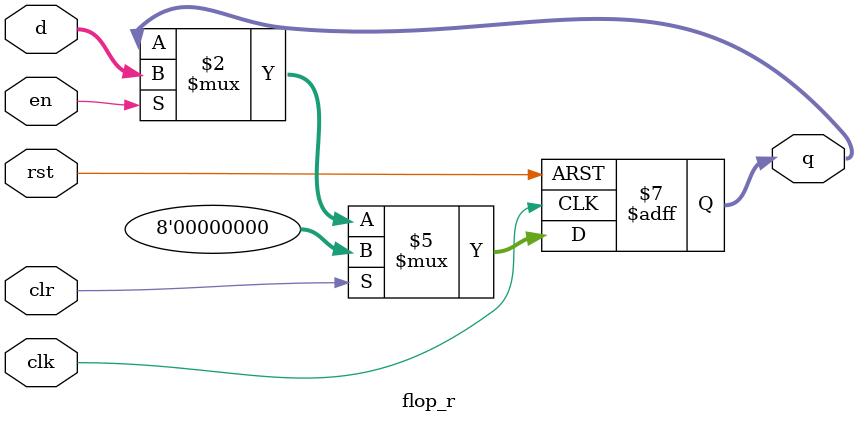
<source format=sv>
module flop_r 
#(parameter WIDTH = 8)

(
    input   logic               clk, rst, en, clr,
    input   logic   [WIDTH-1:0] d,
    output  logic   [WIDTH-1:0] q
);

always_ff @(posedge clk, posedge rst)
    if      (rst)   q <= 0;
    else if (clr)   q <= 0;
    else if (en)    q <= d;

endmodule

</source>
